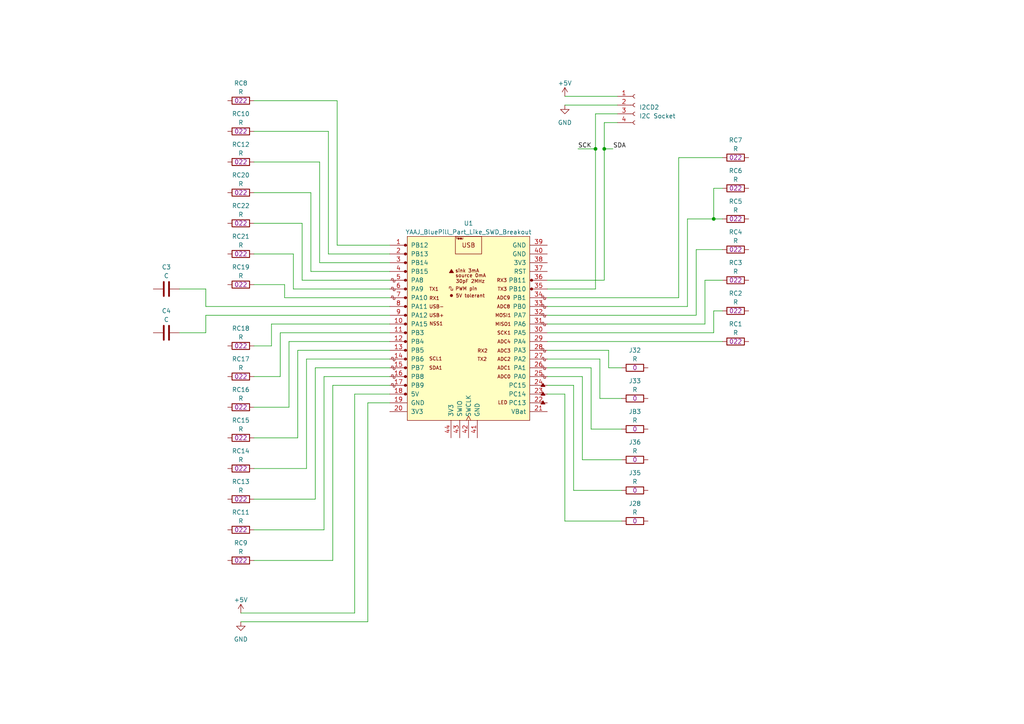
<source format=kicad_sch>
(kicad_sch (version 20230121) (generator eeschema)
  (paper "A4")
  (title_block (title "Ziyoulang K3 - Blue Pill - Modify") (date "2023-10-15") (rev "1.1"))
  (lib_symbols
    (symbol "Connector:Conn_01x04_Socket" (pin_names (offset 1.016) hide)
      (property "Reference" "J" (at 0 5.08 0))
      (property "Value" "Conn_01x04_Socket" (at 0 -7.62 0))
      (symbol "Conn_01x04_Socket_1_1"
        (arc (start 0 -4.572) (mid -0.5058 -5.08) (end 0 -5.588) (stroke (width 0.1524)))
        (arc (start 0 -2.032) (mid -0.5058 -2.54) (end 0 -3.048) (stroke (width 0.1524)))
        (polyline (pts (xy -1.27 -5.08) (xy -0.508 -5.08)) (stroke (width 0.1524)))
        (polyline (pts (xy -1.27 -2.54) (xy -0.508 -2.54)) (stroke (width 0.1524)))
        (polyline (pts (xy -1.27 0) (xy -0.508 0)) (stroke (width 0.1524)))
        (polyline (pts (xy -1.27 2.54) (xy -0.508 2.54)) (stroke (width 0.1524)))
        (arc (start 0 0.508) (mid -0.5058 0) (end 0 -0.508) (stroke (width 0.1524)))
        (arc (start 0 3.048) (mid -0.5058 2.54) (end 0 2.032) (stroke (width 0.1524)))
        (pin passive line (at -5.08 2.54 0) (length 3.81) (name "Pin_1") (number "1"))
        (pin passive line (at -5.08 0 0) (length 3.81) (name "Pin_2") (number "2"))
        (pin passive line (at -5.08 -2.54 0) (length 3.81) (name "Pin_3") (number "3"))
        (pin passive line (at -5.08 -5.08 0) (length 3.81) (name "Pin_4") (number "4"))
      )
    )
    (symbol "Device:C" (pin_numbers hide) (pin_names (offset 0.254))
      (property "Reference" "C" (at 0.635 2.54 0))
      (property "Value" "C" (at 0.635 -2.54 0))
      (symbol "C_0_1"
        (polyline (pts (xy -2.032 -0.762) (xy 2.032 -0.762)) (stroke (width 0.508)))
        (polyline (pts (xy -2.032 0.762) (xy 2.032 0.762)) (stroke (width 0.508)))
      )
      (symbol "C_1_1"
        (pin passive line (at 0 3.81 270) (length 2.794) (name "~") (number "1"))
        (pin passive line (at 0 -3.81 90) (length 2.794) (name "~") (number "2"))
      )
    )
    (symbol "Device:R" (pin_numbers hide) (pin_names (offset 0))
      (property "Reference" "R" (at 2.032 0 90))
      (property "Value" "R" (at 0 0 90))
      (symbol "R_0_1"
        (rectangle (start -1.016 -2.54) (end 1.016 2.54) (stroke (width 0.254)))
      )
      (symbol "R_1_1"
        (pin passive line (at 0 3.81 270) (length 1.27) (name "~") (number "1"))
        (pin passive line (at 0 -3.81 90) (length 1.27) (name "~") (number "2"))
      )
    )
    (symbol "R_1" (pin_numbers hide) (pin_names (offset 0))
      (property "Reference" "J28" (at 5.08 0 90))
      (property "Value" "R" (at 2.54 0 90))
      (symbol "R_1_0_1"
        (rectangle (start -1.016 -2.54) (end 1.016 2.54) (stroke (width 0.254)))
      )
      (symbol "R_1_1_1"
        (pin passive line (at 0 3.81 270) (length 1.27) (name "~") (number "1"))
        (pin passive line (at 0 -3.81 90) (length 1.27) (name "~") (number "2"))
      )
    )
    (symbol "YAAJ_BluePill_Part_Like_SWD_Breakout:YAAJ_BluePill_Part_Like_SWD_Breakout" (pin_names (offset 1.016))
      (property "Reference" "U" (at -15.24 27.94 0))
      (property "Value" "YAAJ_BluePill_Part_Like_SWD_Breakout" (at 20.32 27.94 0))
      (symbol "YAAJ_BluePill_Part_Like_SWD_Breakout_0_0"
        (circle (center -18.288 -20.32) (radius 0.3556) (fill (type outline)))
        (circle (center -18.288 -17.78) (radius 0.3556) (fill (type outline)))
        (circle (center -18.288 -15.24) (radius 0.3556) (fill (type outline)))
        (circle (center -18.288 -12.7) (radius 0.3556) (fill (type outline)))
        (circle (center -18.288 -10.16) (radius 0.3556) (fill (type outline)))
        (circle (center -18.288 -7.62) (radius 0.3556) (fill (type outline)))
        (circle (center -18.288 -5.08) (radius 0.3556) (fill (type outline)))
        (circle (center -18.288 -2.54) (radius 0.3556) (fill (type outline)))
        (circle (center -18.288 0) (radius 0.3556) (fill (type outline)))
        (circle (center -18.288 2.54) (radius 0.3556) (fill (type outline)))
        (circle (center -18.288 5.08) (radius 0.3556) (fill (type outline)))
        (circle (center -18.288 7.62) (radius 0.3556) (fill (type outline)))
        (circle (center -18.288 10.16) (radius 0.3556) (fill (type outline)))
        (circle (center -18.288 12.7) (radius 0.3556) (fill (type outline)))
        (circle (center -18.288 15.24) (radius 0.3556) (fill (type outline)))
        (circle (center -18.288 17.78) (radius 0.3556) (fill (type outline)))
        (circle (center -18.288 22.86) (radius 0.3556) (fill (type outline)))
        (circle (center -4.953 8.255) (radius 0.127) (fill (type outline)))
        (circle (center -4.953 8.255) (radius 0.254))
        (circle (center -4.953 8.255) (radius 0.3556))
        (polyline (pts (xy -5.588 14.859) (xy -4.953 15.875) (xy -4.318 14.859) (xy -5.588 14.859) (xy -4.953 15.748) (xy -4.445 14.859) (xy -5.461 14.986) (xy -4.953 15.621) (xy -4.572 14.859) (xy -5.334 15.113) (xy -4.826 15.494) (xy -4.699 14.859) (xy -5.207 15.24) (xy -4.699 15.367) (xy -4.826 14.986) (xy -5.08 15.24) (xy -4.826 15.113) (xy -4.953 15.367)))
        (polyline (pts (xy 20.955 -23.241) (xy 21.59 -22.225) (xy 22.225 -23.241) (xy 20.955 -23.241) (xy 21.59 -22.352) (xy 22.098 -23.241) (xy 21.082 -23.114) (xy 21.59 -22.479) (xy 21.971 -23.241) (xy 21.209 -22.987) (xy 21.717 -22.606) (xy 21.844 -23.241) (xy 21.336 -22.86) (xy 21.844 -22.733) (xy 21.717 -23.114) (xy 21.463 -22.86) (xy 21.717 -22.987) (xy 21.59 -22.733)))
        (polyline (pts (xy 20.955 -20.701) (xy 21.59 -19.685) (xy 22.225 -20.701) (xy 20.955 -20.701) (xy 21.59 -19.812) (xy 22.098 -20.701) (xy 21.082 -20.574) (xy 21.59 -19.939) (xy 21.971 -20.701) (xy 21.209 -20.447) (xy 21.717 -20.066) (xy 21.844 -20.701) (xy 21.336 -20.32) (xy 21.844 -20.193) (xy 21.717 -20.574) (xy 21.463 -20.32) (xy 21.717 -20.447) (xy 21.59 -20.193)))
        (polyline (pts (xy 20.955 -18.161) (xy 21.59 -17.145) (xy 22.225 -18.161) (xy 20.955 -18.161) (xy 21.59 -17.272) (xy 22.098 -18.161) (xy 21.082 -18.034) (xy 21.59 -17.399) (xy 21.971 -18.161) (xy 21.209 -17.907) (xy 21.717 -17.526) (xy 21.844 -18.161) (xy 21.336 -17.78) (xy 21.844 -17.653) (xy 21.717 -18.034) (xy 21.463 -17.78) (xy 21.717 -17.907) (xy 21.59 -17.653)))
        (circle (center 18.288 10.16) (radius 0.254) (fill (type outline)))
        (circle (center 18.288 10.16) (radius 0.3556))
        (circle (center 18.288 12.7) (radius 0.254) (fill (type outline)))
        (circle (center 18.288 12.7) (radius 0.3556))
        (text "30pF 2MHz" (at 0.508 12.446 0) (effects (font (size 0.9906 0.9906))))
        (text "5V tolerant" (at 0.508 8.255 0) (effects (font (size 0.9906 0.9906))))
        (text "ADC0" (at 10.287 -15.24 0) (effects (font (size 0.9906 0.9906))))
        (text "ADC1" (at 10.287 -12.7 0) (effects (font (size 0.9906 0.9906))))
        (text "ADC2" (at 10.287 -10.16 0) (effects (font (size 0.9906 0.9906))))
        (text "ADC3" (at 10.287 -7.747 0) (effects (font (size 0.9906 0.9906))))
        (text "ADC4" (at 10.287 -5.08 0) (effects (font (size 0.9906 0.9906))))
        (text "ADC8" (at 10.16 5.08 0) (effects (font (size 0.9906 0.9906))))
        (text "ADC9" (at 10.16 7.62 0) (effects (font (size 0.9906 0.9906))))
        (text "LED" (at 9.906 -22.733 0) (effects (font (size 0.9906 0.9906))))
        (text "MISO1" (at 10.033 0 0) (effects (font (size 0.9906 0.9906))))
        (text "MOSI1" (at 10.033 2.54 0) (effects (font (size 0.9906 0.9906))))
        (text "NSS1" (at -9.398 0.127 0) (effects (font (size 0.9906 0.9906))))
        (text "PWM pin" (at -0.635 10.287 0) (effects (font (size 0.9906 0.9906))))
        (text "RX1" (at -9.906 7.493 0) (effects (font (size 0.9906 0.9906))))
        (text "RX2" (at 4.064 -7.747 0) (effects (font (size 0.9906 0.9906))))
        (text "RX3" (at 9.652 12.7 0) (effects (font (size 0.9906 0.9906))))
        (text "SCK1" (at 10.287 -2.54 0) (effects (font (size 0.9906 0.9906))))
        (text "SCL1" (at -9.525 -10.033 0) (effects (font (size 0.9906 0.9906))))
        (text "SDA1" (at -9.525 -12.7 0) (effects (font (size 0.9906 0.9906))))
        (text "sink 3mA" (at -0.381 15.494 0) (effects (font (size 0.9906 0.9906))))
        (text "source 0mA" (at 0.635 14.097 0) (effects (font (size 0.9906 0.9906))))
        (text "TX1" (at -10.033 10.16 0) (effects (font (size 0.9906 0.9906))))
        (text "TX2" (at 3.937 -10.16 0) (effects (font (size 0.9906 0.9906))))
        (text "TX3" (at 9.779 10.16 0) (effects (font (size 0.9906 0.9906))))
        (text "USB" (at 0 22.86 0) (effects (font (size 1.27 1.27))))
        (text "USB+" (at -9.271 2.54 0) (effects (font (size 0.9906 0.9906))))
        (text "USB-" (at -9.271 5.08 0) (effects (font (size 0.9906 0.9906))))
        (text "Y@@J" (at -2.5654 24.8412 0) (effects (font (size 0.508 0.508))))
      )
      (symbol "YAAJ_BluePill_Part_Like_SWD_Breakout_0_1"
        (rectangle (start -17.78 25.4) (end 17.78 -27.94) (fill (type background)))
        (polyline (pts (xy -21.336 -17.78) (xy -21.336 -18.288) (xy -21.844 -18.288) (xy -21.844 -17.272) (xy -22.352 -17.272) (xy -22.352 -17.78)))
        (polyline (pts (xy -21.336 -15.24) (xy -21.336 -15.748) (xy -21.844 -15.748) (xy -21.844 -14.732) (xy -22.352 -14.732) (xy -22.352 -15.24)))
        (polyline (pts (xy -21.336 -12.7) (xy -21.336 -13.208) (xy -21.844 -13.208) (xy -21.844 -12.192) (xy -22.352 -12.192) (xy -22.352 -12.7)))
        (polyline (pts (xy -21.336 -10.16) (xy -21.336 -10.668) (xy -21.844 -10.668) (xy -21.844 -9.652) (xy -22.352 -9.652) (xy -22.352 -10.16)))
        (polyline (pts (xy -21.336 7.62) (xy -21.336 7.112) (xy -21.844 7.112) (xy -21.844 8.128) (xy -22.352 8.128) (xy -22.352 7.62)))
        (polyline (pts (xy -21.336 10.16) (xy -21.336 9.652) (xy -21.844 9.652) (xy -21.844 10.668) (xy -22.352 10.668) (xy -22.352 10.16)))
        (polyline (pts (xy -21.336 12.7) (xy -21.336 12.192) (xy -21.844 12.192) (xy -21.844 13.208) (xy -22.352 13.208) (xy -22.352 12.7)))
        (polyline (pts (xy -4.572 10.287) (xy -4.572 9.779) (xy -5.08 9.779) (xy -5.08 10.795) (xy -5.588 10.795) (xy -5.588 10.287)))
        (polyline (pts (xy 22.352 -15.24) (xy 22.352 -15.748) (xy 21.844 -15.748) (xy 21.844 -14.732) (xy 21.336 -14.732) (xy 21.336 -15.24)))
        (polyline (pts (xy 22.352 -12.7) (xy 22.352 -13.208) (xy 21.844 -13.208) (xy 21.844 -12.192) (xy 21.336 -12.192) (xy 21.336 -12.7)))
        (polyline (pts (xy 22.352 -10.16) (xy 22.352 -10.668) (xy 21.844 -10.668) (xy 21.844 -9.652) (xy 21.336 -9.652) (xy 21.336 -10.16)))
        (polyline (pts (xy 22.352 -7.62) (xy 22.352 -8.128) (xy 21.844 -8.128) (xy 21.844 -7.112) (xy 21.336 -7.112) (xy 21.336 -7.62)))
        (polyline (pts (xy 22.352 0) (xy 22.352 -0.508) (xy 21.844 -0.508) (xy 21.844 0.508) (xy 21.336 0.508) (xy 21.336 0)))
        (polyline (pts (xy 22.352 2.54) (xy 22.352 2.032) (xy 21.844 2.032) (xy 21.844 3.048) (xy 21.336 3.048) (xy 21.336 2.54)))
        (polyline (pts (xy 22.352 5.08) (xy 22.352 4.572) (xy 21.844 4.572) (xy 21.844 5.588) (xy 21.336 5.588) (xy 21.336 5.08)))
        (polyline (pts (xy 22.352 7.62) (xy 22.352 7.112) (xy 21.844 7.112) (xy 21.844 8.128) (xy 21.336 8.128) (xy 21.336 7.62)))
        (rectangle (start 3.81 25.4) (end -3.81 20.32))
      )
      (symbol "YAAJ_BluePill_Part_Like_SWD_Breakout_1_1"
        (circle (center -18.288 20.32) (radius 0.3556) (fill (type outline)))
        (pin bidirectional line (at -22.86 22.86 0) (length 5.08) (name "PB12") (number "1"))
        (pin bidirectional line (at -22.86 0 0) (length 5.08) (name "PA15") (number "10"))
        (pin bidirectional line (at -22.86 -2.54 0) (length 5.08) (name "PB3") (number "11"))
        (pin bidirectional line (at -22.86 -5.08 0) (length 5.08) (name "PB4") (number "12"))
        (pin bidirectional line (at -22.86 -7.62 0) (length 5.08) (name "PB5") (number "13"))
        (pin bidirectional line (at -22.86 -10.16 0) (length 5.08) (name "PB6") (number "14"))
        (pin bidirectional line (at -22.86 -12.7 0) (length 5.08) (name "PB7") (number "15"))
        (pin bidirectional line (at -22.86 -15.24 0) (length 5.08) (name "PB8") (number "16"))
        (pin bidirectional line (at -22.86 -17.78 0) (length 5.08) (name "PB9") (number "17"))
        (pin power_in line (at -22.86 -20.32 0) (length 5.08) (name "5V") (number "18"))
        (pin power_in line (at -22.86 -22.86 0) (length 5.08) (name "GND") (number "19"))
        (pin bidirectional line (at -22.86 20.32 0) (length 5.08) (name "PB13") (number "2"))
        (pin power_in line (at -22.86 -25.4 0) (length 5.08) (name "3V3") (number "20"))
        (pin power_in line (at 22.86 -25.4 180) (length 5.08) (name "VBat") (number "21"))
        (pin bidirectional line (at 22.86 -22.86 180) (length 5.08) (name "PC13") (number "22"))
        (pin bidirectional line (at 22.86 -20.32 180) (length 5.08) (name "PC14") (number "23"))
        (pin bidirectional line (at 22.86 -17.78 180) (length 5.08) (name "PC15") (number "24"))
        (pin bidirectional line (at 22.86 -15.24 180) (length 5.08) (name "PA0") (number "25"))
        (pin bidirectional line (at 22.86 -12.7 180) (length 5.08) (name "PA1") (number "26"))
        (pin bidirectional line (at 22.86 -10.16 180) (length 5.08) (name "PA2") (number "27"))
        (pin bidirectional line (at 22.86 -7.62 180) (length 5.08) (name "PA3") (number "28"))
        (pin bidirectional line (at 22.86 -5.08 180) (length 5.08) (name "PA4") (number "29"))
        (pin bidirectional line (at -22.86 17.78 0) (length 5.08) (name "PB14") (number "3"))
        (pin bidirectional line (at 22.86 -2.54 180) (length 5.08) (name "PA5") (number "30"))
        (pin bidirectional line (at 22.86 0 180) (length 5.08) (name "PA6") (number "31"))
        (pin bidirectional line (at 22.86 2.54 180) (length 5.08) (name "PA7") (number "32"))
        (pin bidirectional line (at 22.86 5.08 180) (length 5.08) (name "PB0") (number "33"))
        (pin bidirectional line (at 22.86 7.62 180) (length 5.08) (name "PB1") (number "34"))
        (pin bidirectional line (at 22.86 10.16 180) (length 5.08) (name "PB10") (number "35"))
        (pin bidirectional line (at 22.86 12.7 180) (length 5.08) (name "PB11") (number "36"))
        (pin input line (at 22.86 15.24 180) (length 5.08) (name "RST") (number "37"))
        (pin power_in line (at 22.86 17.78 180) (length 5.08) (name "3V3") (number "38"))
        (pin power_in line (at 22.86 22.86 180) (length 5.08) (name "GND") (number "39"))
        (pin bidirectional line (at -22.86 15.24 0) (length 5.08) (name "PB15") (number "4"))
        (pin power_in line (at 22.86 20.32 180) (length 5.08) (name "GND") (number "40"))
        (pin power_in line (at 2.54 -33.02 90) (length 5.08) (name "GND") (number "41"))
        (pin bidirectional clock (at 0 -33.02 90) (length 5.08) (name "SWCLK") (number "42"))
        (pin bidirectional line (at -2.54 -33.02 90) (length 5.08) (name "SWIO") (number "43"))
        (pin power_in line (at -5.08 -33.02 90) (length 5.08) (name "3V3") (number "44"))
        (pin bidirectional line (at -22.86 12.7 0) (length 5.08) (name "PA8") (number "5"))
        (pin bidirectional line (at -22.86 10.16 0) (length 5.08) (name "PA9") (number "6"))
        (pin bidirectional line (at -22.86 7.62 0) (length 5.08) (name "PA10") (number "7"))
        (pin bidirectional line (at -22.86 5.08 0) (length 5.08) (name "PA11") (number "8"))
        (pin bidirectional line (at -22.86 2.54 0) (length 5.08) (name "PA12") (number "9"))
      )
    )
    (symbol "power:+5V" (power) (pin_names (offset 0))
      (property "Value" "+5V" (at 0 3.556 0))
      (symbol "+5V_0_1"
        (polyline (pts (xy -0.762 1.27) (xy 0 2.54)))
        (polyline (pts (xy 0 0) (xy 0 2.54)))
        (polyline (pts (xy 0 2.54) (xy 0.762 1.27)))
      )
      (symbol "+5V_1_1"
        (pin power_in line (at 0 0 90) (length 0) hide (name "+5V") (number "1"))
      )
    )
    (symbol "power:GND" (power) (pin_names (offset 0))
      (property "Value" "GND" (at 0 -3.81 0))
      (symbol "GND_0_1"
        (polyline (pts (xy 0 0) (xy 0 -1.27) (xy 1.27 -1.27) (xy 0 -2.54) (xy -1.27 -1.27) (xy 0 -1.27)))
      )
      (symbol "GND_1_1"
        (pin power_in line (at 0 0 270) (length 0) hide (name "GND") (number "1"))
      )
    )
  )
  (junction (at 207.01 63.5))
  (junction (at 175.26 43.18))
  (junction (at 172.72 43.18))
  (wire (pts (xy 73.66 38.1) (xy 95.25 38.1)))
  (wire (pts (xy 85.09 83.82) (xy 85.09 73.66)))
  (wire (pts (xy 59.69 83.82) (xy 59.69 88.9)))
  (wire (pts (xy 158.75 104.14) (xy 173.99 104.14)))
  (wire (pts (xy 102.87 177.8) (xy 102.87 114.3)))
  (wire (pts (xy 163.83 30.48) (xy 179.07 30.48)))
  (wire (pts (xy 166.37 111.76) (xy 166.37 142.24)))
  (wire (pts (xy 158.75 99.06) (xy 209.55 99.06)))
  (wire (pts (xy 173.99 104.14) (xy 173.99 115.57)))
  (wire (pts (xy 73.66 46.99) (xy 92.71 46.99)))
  (wire (pts (xy 158.75 88.9) (xy 199.39 88.9)))
  (wire (pts (xy 73.66 29.21) (xy 97.79 29.21)))
  (wire (pts (xy 93.98 153.67) (xy 93.98 109.22)))
  (wire (pts (xy 204.47 81.28) (xy 209.55 81.28)))
  (wire (pts (xy 88.9 104.14) (xy 113.03 104.14)))
  (wire (pts (xy 90.17 55.88) (xy 90.17 78.74)))
  (wire (pts (xy 158.75 101.6) (xy 176.53 101.6)))
  (wire (pts (xy 171.45 124.46) (xy 180.34 124.46)))
  (wire (pts (xy 69.85 180.34) (xy 106.68 180.34)))
  (wire (pts (xy 163.83 151.13) (xy 180.34 151.13)))
  (wire (pts (xy 175.26 35.56) (xy 175.26 43.18)))
  (wire (pts (xy 179.07 33.02) (xy 172.72 33.02)))
  (wire (pts (xy 95.25 73.66) (xy 113.03 73.66)))
  (wire (pts (xy 207.01 96.52) (xy 207.01 90.17)))
  (wire (pts (xy 196.85 86.36) (xy 196.85 45.72)))
  (wire (pts (xy 78.74 93.98) (xy 113.03 93.98)))
  (wire (pts (xy 172.72 43.18) (xy 172.72 83.82)))
  (wire (pts (xy 158.75 109.22) (xy 168.91 109.22)))
  (wire (pts (xy 158.75 91.44) (xy 201.93 91.44)))
  (wire (pts (xy 73.66 100.33) (xy 78.74 100.33)))
  (wire (pts (xy 207.01 54.61) (xy 207.01 63.5)))
  (wire (pts (xy 87.63 64.77) (xy 87.63 81.28)))
  (wire (pts (xy 91.44 106.68) (xy 113.03 106.68)))
  (wire (pts (xy 73.66 127) (xy 86.36 127)))
  (wire (pts (xy 176.53 106.68) (xy 180.34 106.68)))
  (wire (pts (xy 86.36 101.6) (xy 113.03 101.6)))
  (wire (pts (xy 199.39 63.5) (xy 207.01 63.5)))
  (wire (pts (xy 97.79 29.21) (xy 97.79 71.12)))
  (wire (pts (xy 73.66 64.77) (xy 87.63 64.77)))
  (wire (pts (xy 158.75 111.76) (xy 166.37 111.76)))
  (wire (pts (xy 163.83 114.3) (xy 163.83 151.13)))
  (wire (pts (xy 175.26 43.18) (xy 177.8 43.18)))
  (wire (pts (xy 168.91 133.35) (xy 180.34 133.35)))
  (wire (pts (xy 106.68 180.34) (xy 106.68 116.84)))
  (wire (pts (xy 171.45 106.68) (xy 171.45 124.46)))
  (wire (pts (xy 73.66 55.88) (xy 90.17 55.88)))
  (wire (pts (xy 204.47 93.98) (xy 204.47 81.28)))
  (wire (pts (xy 52.07 83.82) (xy 59.69 83.82)))
  (wire (pts (xy 91.44 144.78) (xy 91.44 106.68)))
  (wire (pts (xy 173.99 115.57) (xy 180.34 115.57)))
  (wire (pts (xy 207.01 63.5) (xy 209.55 63.5)))
  (wire (pts (xy 59.69 96.52) (xy 59.69 91.44)))
  (wire (pts (xy 83.82 118.11) (xy 83.82 99.06)))
  (wire (pts (xy 97.79 71.12) (xy 113.03 71.12)))
  (wire (pts (xy 73.66 109.22) (xy 81.28 109.22)))
  (wire (pts (xy 92.71 46.99) (xy 92.71 76.2)))
  (wire (pts (xy 78.74 100.33) (xy 78.74 93.98)))
  (wire (pts (xy 172.72 33.02) (xy 172.72 43.18)))
  (wire (pts (xy 199.39 88.9) (xy 199.39 63.5)))
  (wire (pts (xy 113.03 83.82) (xy 85.09 83.82)))
  (wire (pts (xy 207.01 54.61) (xy 209.55 54.61)))
  (wire (pts (xy 90.17 78.74) (xy 113.03 78.74)))
  (wire (pts (xy 59.69 88.9) (xy 113.03 88.9)))
  (wire (pts (xy 93.98 109.22) (xy 113.03 109.22)))
  (wire (pts (xy 73.66 118.11) (xy 83.82 118.11)))
  (wire (pts (xy 73.66 135.89) (xy 88.9 135.89)))
  (wire (pts (xy 88.9 135.89) (xy 88.9 104.14)))
  (wire (pts (xy 196.85 45.72) (xy 209.55 45.72)))
  (wire (pts (xy 168.91 109.22) (xy 168.91 133.35)))
  (wire (pts (xy 207.01 90.17) (xy 209.55 90.17)))
  (wire (pts (xy 176.53 101.6) (xy 176.53 106.68)))
  (wire (pts (xy 163.83 27.94) (xy 179.07 27.94)))
  (wire (pts (xy 59.69 91.44) (xy 113.03 91.44)))
  (wire (pts (xy 81.28 109.22) (xy 81.28 96.52)))
  (wire (pts (xy 158.75 83.82) (xy 172.72 83.82)))
  (wire (pts (xy 158.75 86.36) (xy 196.85 86.36)))
  (wire (pts (xy 158.75 81.28) (xy 175.26 81.28)))
  (wire (pts (xy 175.26 43.18) (xy 175.26 81.28)))
  (wire (pts (xy 83.82 99.06) (xy 113.03 99.06)))
  (wire (pts (xy 102.87 114.3) (xy 113.03 114.3)))
  (wire (pts (xy 179.07 35.56) (xy 175.26 35.56)))
  (wire (pts (xy 92.71 76.2) (xy 113.03 76.2)))
  (wire (pts (xy 82.55 82.55) (xy 82.55 86.36)))
  (wire (pts (xy 96.52 111.76) (xy 113.03 111.76)))
  (wire (pts (xy 167.64 43.18) (xy 172.72 43.18)))
  (wire (pts (xy 158.75 106.68) (xy 171.45 106.68)))
  (wire (pts (xy 73.66 73.66) (xy 85.09 73.66)))
  (wire (pts (xy 158.75 114.3) (xy 163.83 114.3)))
  (wire (pts (xy 166.37 142.24) (xy 180.34 142.24)))
  (wire (pts (xy 201.93 91.44) (xy 201.93 72.39)))
  (wire (pts (xy 201.93 72.39) (xy 209.55 72.39)))
  (wire (pts (xy 81.28 96.52) (xy 113.03 96.52)))
  (wire (pts (xy 73.66 153.67) (xy 93.98 153.67)))
  (wire (pts (xy 73.66 82.55) (xy 82.55 82.55)))
  (wire (pts (xy 96.52 162.56) (xy 96.52 111.76)))
  (wire (pts (xy 95.25 38.1) (xy 95.25 73.66)))
  (wire (pts (xy 158.75 96.52) (xy 207.01 96.52)))
  (wire (pts (xy 73.66 162.56) (xy 96.52 162.56)))
  (wire (pts (xy 52.07 96.52) (xy 59.69 96.52)))
  (wire (pts (xy 87.63 81.28) (xy 113.03 81.28)))
  (wire (pts (xy 106.68 116.84) (xy 113.03 116.84)))
  (wire (pts (xy 73.66 144.78) (xy 91.44 144.78)))
  (wire (pts (xy 69.85 177.8) (xy 102.87 177.8)))
  (wire (pts (xy 82.55 86.36) (xy 113.03 86.36)))
  (wire (pts (xy 86.36 127) (xy 86.36 101.6)))
  (wire (pts (xy 158.75 93.98) (xy 204.47 93.98)))
  (label "SCK" (at 167.64 43.18 0))
  (label "SDA" (at 177.8 43.18 0))
  (symbol (lib_id "power:+5V") (at 163.83 27.94 0) (unit 1)
    (property "Reference" "#PWR04" (effects hide))
    (property "Value" "+5V" (at 163.83 24.13 0))
  )
  (symbol (lib_id "Device:R") (at 213.36 72.39 90) (unit 1)
    (property "Reference" "RC4" (at 213.36 67.31 90))
    (property "Value" "R" (at 213.36 69.85 90))
    (property "Datasheet" "022" (at 213.36 72.39 90))
  )
  (symbol (lib_id "Device:C") (at 48.26 96.52 90) (unit 1)
    (property "Reference" "C4" (at 48.26 90.17 90))
    (property "Value" "C" (at 48.26 92.71 90))
  )
  (symbol (lib_id "Device:R") (at 69.85 118.11 90) (unit 1)
    (property "Reference" "RC16" (at 69.85 113.03 90))
    (property "Value" "R" (at 69.85 115.57 90))
    (property "Datasheet" "022" (at 69.85 118.11 90))
  )
  (symbol (lib_id "Device:R") (at 213.36 90.17 90) (unit 1)
    (property "Reference" "RC2" (at 213.36 85.09 90))
    (property "Value" "R" (at 213.36 87.63 90))
    (property "Datasheet" "022" (at 213.36 90.17 90))
  )
  (symbol (lib_id "Device:R") (at 69.85 135.89 90) (unit 1)
    (property "Reference" "RC14" (at 69.85 130.81 90))
    (property "Value" "R" (at 69.85 133.35 90))
    (property "Datasheet" "022" (at 69.85 135.89 90))
  )
  (symbol (lib_id "Device:R") (at 213.36 54.61 90) (unit 1)
    (property "Reference" "RC6" (at 213.36 49.53 90))
    (property "Value" "R" (at 213.36 52.07 90))
    (property "Datasheet" "022" (at 213.36 54.61 90))
  )
  (symbol (lib_id "Device:R") (at 184.15 124.46 90) (unit 1)
    (property "Reference" "JB3" (at 184.15 119.38 90))
    (property "Value" "R" (at 184.15 121.92 90))
    (property "Datasheet" "0" (at 184.15 124.46 90))
  )
  (symbol (lib_id "Device:R") (at 69.85 82.55 90) (unit 1)
    (property "Reference" "RC19" (at 69.85 77.47 90))
    (property "Value" "R" (at 69.85 80.01 90))
    (property "Datasheet" "022" (at 69.85 82.55 90))
  )
  (symbol (lib_id "power:GND") (at 163.83 30.48 0) (unit 1)
    (property "Reference" "#PWR03" (effects hide))
    (property "Value" "GND" (at 163.83 35.56 0))
  )
  (symbol (lib_id "power:+5V") (at 69.85 177.8 0) (unit 1)
    (property "Reference" "#PWR01" (effects hide))
    (property "Value" "+5V" (at 69.85 173.99 0))
  )
  (symbol (lib_id "Device:R") (at 69.85 109.22 90) (unit 1)
    (property "Reference" "RC17" (at 69.85 104.14 90))
    (property "Value" "R" (at 69.85 106.68 90))
    (property "Datasheet" "022" (at 69.85 109.22 90))
  )
  (symbol (lib_id "Device:R") (at 184.15 142.24 90) (unit 1)
    (property "Reference" "J35" (at 184.15 137.16 90))
    (property "Value" "R" (at 184.15 139.7 90))
    (property "Datasheet" "0" (at 184.15 142.24 90))
  )
  (symbol (lib_id "YAAJ_BluePill_Part_Like_SWD_Breakout:YAAJ_BluePill_Part_Like_SWD_Breakout") (at 135.89 93.98 0) (unit 1)
    (property "Reference" "U1" (at 135.89 64.77 0))
    (property "Value" "YAAJ_BluePill_Part_Like_SWD_Breakout" (at 135.89 67.31 0))
  )
  (symbol (lib_id "Device:R") (at 69.85 46.99 90) (unit 1)
    (property "Reference" "RC12" (at 69.85 41.91 90))
    (property "Value" "R" (at 69.85 44.45 90))
    (property "Datasheet" "022" (at 69.85 46.99 90))
  )
  (symbol (lib_id "Connector:Conn_01x04_Socket") (at 184.15 30.48 0) (unit 1)
    (property "Reference" "I2CD2" (at 185.42 31.115 0) (effects (justify left)))
    (property "Value" "I2C Socket" (at 185.42 33.655 0) (effects (justify left)))
  )
  (symbol (lib_id "Device:R") (at 69.85 162.56 90) (unit 1)
    (property "Reference" "RC9" (at 69.85 157.48 90))
    (property "Value" "R" (at 69.85 160.02 90))
    (property "Datasheet" "022" (at 69.85 162.56 90))
  )
  (symbol (lib_id "Device:R") (at 69.85 127 90) (unit 1)
    (property "Reference" "RC15" (at 69.85 121.92 90))
    (property "Value" "R" (at 69.85 124.46 90))
    (property "Datasheet" "022" (at 69.85 127 90))
  )
  (symbol (lib_id "Device:R") (at 69.85 100.33 90) (unit 1)
    (property "Reference" "RC18" (at 69.85 95.25 90))
    (property "Value" "R" (at 69.85 97.79 90))
    (property "Datasheet" "022" (at 69.85 100.33 90))
  )
  (symbol (lib_id "Device:R") (at 69.85 153.67 90) (unit 1)
    (property "Reference" "RC11" (at 69.85 148.59 90))
    (property "Value" "R" (at 69.85 151.13 90))
    (property "Datasheet" "022" (at 69.85 153.67 90))
  )
  (symbol (lib_id "Device:C") (at 48.26 83.82 90) (unit 1)
    (property "Reference" "C3" (at 48.26 77.47 90))
    (property "Value" "C" (at 48.26 80.01 90))
  )
  (symbol (lib_id "Device:R") (at 184.15 106.68 90) (unit 1)
    (property "Reference" "J32" (at 184.15 101.6 90))
    (property "Value" "R" (at 184.15 104.14 90))
    (property "Datasheet" "0" (at 184.15 106.68 90))
  )
  (symbol (lib_id "Device:R") (at 69.85 55.88 90) (unit 1)
    (property "Reference" "RC20" (at 69.85 50.8 90))
    (property "Value" "R" (at 69.85 53.34 90))
    (property "Datasheet" "022" (at 69.85 55.88 90))
  )
  (symbol (lib_id "Device:R") (at 69.85 29.21 90) (unit 1)
    (property "Reference" "RC8" (at 69.85 24.13 90))
    (property "Value" "R" (at 69.85 26.67 90))
    (property "Datasheet" "022" (at 69.85 29.21 90))
  )
  (symbol (lib_id "Device:R") (at 184.15 133.35 90) (unit 1)
    (property "Reference" "J36" (at 184.15 128.27 90))
    (property "Value" "R" (at 184.15 130.81 90))
    (property "Datasheet" "0" (at 184.15 133.35 90))
  )
  (symbol (lib_id "Device:R") (at 184.15 115.57 90) (unit 1)
    (property "Reference" "J33" (at 184.15 110.49 90))
    (property "Value" "R" (at 184.15 113.03 90))
    (property "Datasheet" "0" (at 184.15 115.57 90))
  )
  (symbol (lib_id "power:GND") (at 69.85 180.34 0) (unit 1)
    (property "Reference" "#PWR02" (effects hide))
    (property "Value" "GND" (at 69.85 185.42 0))
  )
  (symbol (lib_id "Device:R") (at 69.85 64.77 90) (unit 1)
    (property "Reference" "RC22" (at 69.85 59.69 90))
    (property "Value" "R" (at 69.85 62.23 90))
    (property "Datasheet" "022" (at 69.85 64.77 90))
  )
  (symbol (lib_id "Device:R") (at 69.85 38.1 90) (unit 1)
    (property "Reference" "RC10" (at 69.85 33.02 90))
    (property "Value" "R" (at 69.85 35.56 90))
    (property "Datasheet" "022" (at 69.85 38.1 90))
  )
  (symbol (lib_id "Device:R") (at 69.85 73.66 90) (unit 1)
    (property "Reference" "RC21" (at 69.85 68.58 90))
    (property "Value" "R" (at 69.85 71.12 90))
    (property "Datasheet" "022" (at 69.85 73.66 90))
  )
  (symbol (lib_name "R_1") (lib_id "Device:R") (at 184.15 151.13 90) (unit 1)
    (property "Reference" "J28" (at 184.15 146.05 90))
    (property "Value" "R" (at 184.15 148.59 90))
    (property "Datasheet" "0" (at 184.15 151.13 90))
  )
  (symbol (lib_id "Device:R") (at 213.36 99.06 90) (unit 1)
    (property "Reference" "RC1" (at 213.36 93.98 90))
    (property "Value" "R" (at 213.36 96.52 90))
    (property "Datasheet" "022" (at 213.36 99.06 90))
  )
  (symbol (lib_id "Device:R") (at 213.36 63.5 90) (unit 1)
    (property "Reference" "RC5" (at 213.36 58.42 90))
    (property "Value" "R" (at 213.36 60.96 90))
    (property "Datasheet" "022" (at 213.36 63.5 90))
  )
  (symbol (lib_id "Device:R") (at 213.36 45.72 90) (unit 1)
    (property "Reference" "RC7" (at 213.36 40.64 90))
    (property "Value" "R" (at 213.36 43.18 90))
    (property "Datasheet" "022" (at 213.36 45.72 90))
  )
  (symbol (lib_id "Device:R") (at 213.36 81.28 90) (unit 1)
    (property "Reference" "RC3" (at 213.36 76.2 90))
    (property "Value" "R" (at 213.36 78.74 90))
    (property "Datasheet" "022" (at 213.36 81.28 90))
  )
  (symbol (lib_id "Device:R") (at 69.85 144.78 90) (unit 1)
    (property "Reference" "RC13" (at 69.85 139.7 90))
    (property "Value" "R" (at 69.85 142.24 90))
    (property "Datasheet" "022" (at 69.85 144.78 90))
  )
)
</source>
